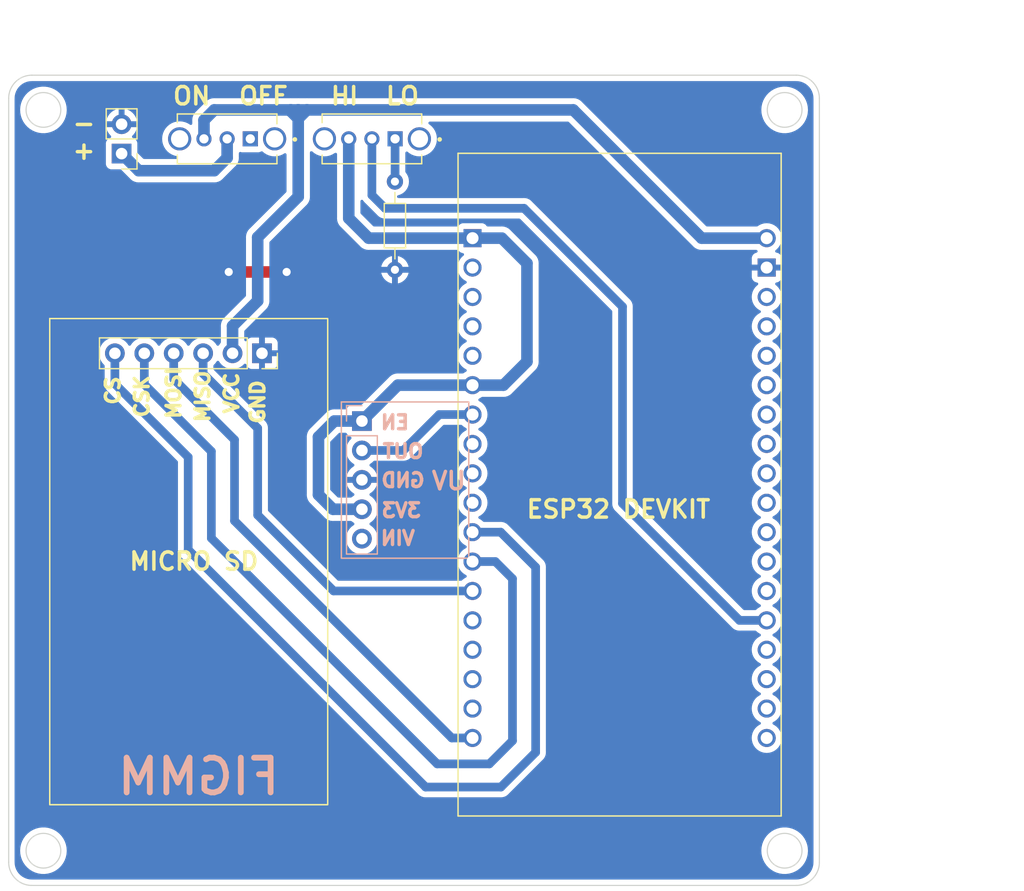
<source format=kicad_pcb>
(kicad_pcb (version 20211014) (generator pcbnew)
  (layers (0 "F.Cu" signal) (31 "B.Cu" signal) (34 "B.Paste" user) (35 "F.Paste" user) (36 "B.SilkS" user "B.Silkscreen") (37 "F.SilkS" user "F.Silkscreen") (38 "B.Mask" user) (39 "F.Mask" user) (44 "Edge.Cuts" user))
  (net 0 "")
  (net 1 "+BATT")
  (net 2 "GND")
  (net 4 "+3.3V")
  (net 5 "/DATA")
  (net 6 "/MISO")
  (net 7 "/MOSI")
  (net 8 "/CSK")
  (net 9 "/CS")
  (net 33 "+5V")
  (net 34 "/MODE")
  (net 39 "/RES_GND")
  (footprint "Connector_PinSocket_2.54mm:PinSocket_1x06_P2.54mm_Vertical" (layer "F.Cu") (at 121.87 74.025 -90)
    (fp_text reference "J3" hide)
    (fp_text value "Conn_01x06")
    (fp_line (start 0 -1.33) (end 1.33 -1.33) (layer "F.SilkS") (width 0.12))
    (fp_line (start -1.33 1.27) (end 1.33 1.27) (layer "F.SilkS") (width 0.12))
    (fp_line (start -1.33 14.03) (end 1.33 14.03) (layer "F.SilkS") (width 0.12))
    (fp_line (start 1.33 -1.33) (end 1.33 0) (layer "F.SilkS") (width 0.12))
    (fp_line (start 1.33 1.27) (end 1.33 14.03) (layer "F.SilkS") (width 0.12))
    (fp_line (start -1.33 1.27) (end -1.33 14.03) (layer "F.SilkS") (width 0.12))
    (pad "1" thru_hole rect (at 0 0 270) (size 1.7 1.7) (drill 1) (layers *.Cu *.Mask) (net 2 "GND"))
    (pad "2" thru_hole oval (at 0 2.54 270) (size 1.7 1.7) (drill 1) (layers *.Cu *.Mask) (net 33 "+5V"))
    (pad "3" thru_hole oval (at 0 5.08 270) (size 1.7 1.7) (drill 1) (layers *.Cu *.Mask) (net 6 "/MISO"))
    (pad "4" thru_hole oval (at 0 7.62 270) (size 1.7 1.7) (drill 1) (layers *.Cu *.Mask) (net 7 "/MOSI"))
    (pad "5" thru_hole oval (at 0 10.16 270) (size 1.7 1.7) (drill 1) (layers *.Cu *.Mask) (net 8 "/CSK"))
    (pad "6" thru_hole oval (at 0 12.7 270) (size 1.7 1.7) (drill 1) (layers *.Cu *.Mask) (net 9 "/CS"))
  )
  (footprint "Resistor_THT:R_Axial_DIN0204_L3.6mm_D1.6mm_P7.62mm_Horizontal" (layer "F.Cu") (at 133.35 59.19 -90)
    (fp_text reference "R1" hide)
    (fp_text value "10K" hide)
    (fp_line (start 1.89 0.92) (end 5.73 0.92) (layer "F.SilkS") (width 0.12))
    (fp_line (start 5.73 0.92) (end 5.73 -0.92) (layer "F.SilkS") (width 0.12))
    (fp_line (start 5.73 -0.92) (end 1.89 -0.92) (layer "F.SilkS") (width 0.12))
    (fp_line (start 0.94 0) (end 1.89 0) (layer "F.SilkS") (width 0.12))
    (fp_line (start 1.89 -0.92) (end 1.89 0.92) (layer "F.SilkS") (width 0.12))
    (fp_line (start 6.68 0) (end 5.73 0) (layer "F.SilkS") (width 0.12))
    (pad "1" thru_hole circle (at 0 0 270) (size 1.4 1.4) (drill 0.7) (layers *.Cu *.Mask) (net 39 "/RES_GND"))
    (pad "2" thru_hole oval (at 7.62 0 270) (size 1.4 1.4) (drill 0.7) (layers *.Cu *.Mask) (net 2 "GND"))
  )
  (footprint "Switch:SW_OS102011MS2QN1" (layer "F.Cu") (at 118.8625 55.5 180)
    (fp_text reference "S2" hide)
    (fp_text value "OS102011MS2QN1")
    (fp_line (start 4.3 -1.4) (end 4.3 -2.15) (layer "F.SilkS") (width 0.127))
    (fp_line (start -4.3 1.3) (end -4.3 2.15) (layer "F.SilkS") (width 0.127))
    (fp_line (start 4.3 -2.15) (end -4.3 -2.15) (layer "F.SilkS") (width 0.127))
    (fp_line (start 4.3 2.15) (end 4.3 1.4) (layer "F.SilkS") (width 0.127))
    (fp_line (start -4.3 2.15) (end 4.3 2.15) (layer "F.SilkS") (width 0.127))
    (fp_line (start -4.3 -2.15) (end -4.3 -1.4) (layer "F.SilkS") (width 0.127))
    (fp_circle (center -5.85 -0.05) (end -5.75 -0.05) (layer "F.SilkS") (width 0.2) (fill none))
    (pad "" np_thru_hole circle (at 4.1 0 180) (size 2 2) (drill 1.5) (layers F&B.Cu *.Mask))
    (pad "" np_thru_hole circle (at -4.1 0 180) (size 2 2) (drill 1.5) (layers F&B.Cu *.Mask))
    (pad "1" thru_hole rect (at -2 0 180) (size 1.308 1.308) (drill 0.8) (layers *.Cu *.Mask))
    (pad "2" thru_hole circle (at 0 0 180) (size 1.308 1.308) (drill 0.8) (layers *.Cu *.Mask) (net 1 "+BATT"))
    (pad "3" thru_hole circle (at 2 0 180) (size 1.308 1.308) (drill 0.8) (layers *.Cu *.Mask) (net 33 "+5V"))
  )
  (footprint "Connector_PinHeader_2.54mm:PinHeader_1x02_P2.54mm_Vertical" (layer "F.Cu") (at 109.75 56.775 180)
    (fp_text reference "J1" hide)
    (fp_text value "Conn_01x02")
    (fp_line (start -1.33 3.87) (end 1.33 3.87) (layer "F.SilkS") (width 0.12))
    (fp_line (start -1.33 1.27) (end 1.33 1.27) (layer "F.SilkS") (width 0.12))
    (fp_line (start -1.33 0) (end -1.33 -1.33) (layer "F.SilkS") (width 0.12))
    (fp_line (start -1.33 1.27) (end -1.33 3.87) (layer "F.SilkS") (width 0.12))
    (fp_line (start 1.33 1.27) (end 1.33 3.87) (layer "F.SilkS") (width 0.12))
    (fp_line (start -1.33 -1.33) (end 0 -1.33) (layer "F.SilkS") (width 0.12))
    (pad "1" thru_hole rect (at 0 0 180) (size 1.7 1.7) (drill 1) (layers *.Cu *.Mask) (net 1 "+BATT"))
    (pad "2" thru_hole oval (at 0 2.54 180) (size 1.7 1.7) (drill 1) (layers *.Cu *.Mask) (net 2 "GND"))
  )
  (footprint "" (layer "F.Cu") (at 124 67)
    (fp_text reference "" (at 0 0) (layer "F.SilkS") (effects (font (size 1.27 1.27))))
    (fp_text value "" (at 0 0) (layer "F.SilkS") (effects (font (size 1.27 1.27))))
    (pad "2" thru_hole oval (at 0 0 270) (size 1.4 1.4) (drill 0.7) (layers F&B.Cu *.Mask) (net 2 "GND"))
  )
  (footprint "" (layer "F.Cu") (at 119 67)
    (fp_text reference "" (at 0 0) (layer "F.SilkS") (effects (font (size 1.27 1.27))))
    (fp_text value "" (at 0 0) (layer "F.SilkS") (effects (font (size 1.27 1.27))))
    (pad "2" thru_hole oval (at 0 0 270) (size 1.4 1.4) (drill 0.7) (layers F&B.Cu *.Mask) (net 2 "GND"))
  )
  (footprint "Switch:SW_OS102011MS2QN1" (layer "F.Cu") (at 131.3625 55.5 180)
    (fp_text reference "S1" hide)
    (fp_text value "OS102011MS2QN1")
    (fp_line (start 4.3 2.15) (end 4.3 1.4) (layer "F.SilkS") (width 0.127))
    (fp_line (start 4.3 -1.4) (end 4.3 -2.15) (layer "F.SilkS") (width 0.127))
    (fp_line (start -4.3 2.15) (end 4.3 2.15) (layer "F.SilkS") (width 0.127))
    (fp_line (start 4.3 -2.15) (end -4.3 -2.15) (layer "F.SilkS") (width 0.127))
    (fp_line (start -4.3 1.3) (end -4.3 2.15) (layer "F.SilkS") (width 0.127))
    (fp_line (start -4.3 -2.15) (end -4.3 -1.4) (layer "F.SilkS") (width 0.127))
    (fp_circle (center -5.85 -0.05) (end -5.75 -0.05) (layer "F.SilkS") (width 0.2) (fill none))
    (pad "" np_thru_hole circle (at 4.1 0 180) (size 2 2) (drill 1.5) (layers F&B.Cu *.Mask))
    (pad "" np_thru_hole circle (at -4.1 0 180) (size 2 2) (drill 1.5) (layers F&B.Cu *.Mask))
    (pad "1" thru_hole rect (at -2 0 180) (size 1.308 1.308) (drill 0.8) (layers *.Cu *.Mask) (net 39 "/RES_GND"))
    (pad "2" thru_hole circle (at 0 0 180) (size 1.308 1.308) (drill 0.8) (layers *.Cu *.Mask) (net 34 "/MODE"))
    (pad "3" thru_hole circle (at 2 0 180) (size 1.308 1.308) (drill 0.8) (layers *.Cu *.Mask) (net 4 "+3.3V"))
  )
  (footprint "ESP32-38P:MODULE_ESP32-DEVKITC-32D" (layer "F.Cu") (at 152.75 87.5 180)
    (fp_text reference "U1" hide)
    (fp_text value "ESP32-DEVKITC-32D")
    (fp_line (start 13.95 -26.5) (end 13.95 30.75) (layer "F.SilkS") (width 0.127))
    (fp_line (start -13.95 -26.5) (end 13.95 -26.5) (layer "F.SilkS") (width 0.127))
    (fp_line (start -13.95 30.75) (end -13.95 -26.5) (layer "F.SilkS") (width 0.127))
    (fp_line (start 13.95 30.75) (end -13.95 30.75) (layer "F.SilkS") (width 0.127))
    (pad "J2-2" thru_hole circle (at -12.7 -19.76 180) (size 1.56 1.56) (drill 1.04) (layers *.Cu *.Mask))
    (pad "J2-3" thru_hole circle (at -12.7 -17.22 180) (size 1.56 1.56) (drill 1.04) (layers *.Cu *.Mask "Dwgs.User"))
    (pad "J2-4" thru_hole circle (at -12.7 -14.68 180) (size 1.56 1.56) (drill 1.04) (layers *.Cu *.Mask))
    (pad "J2-5" thru_hole circle (at -12.7 -12.14 180) (size 1.56 1.56) (drill 1.04) (layers *.Cu *.Mask))
    (pad "J2-6" thru_hole circle (at -12.7 -9.6 180) (size 1.56 1.56) (drill 1.04) (layers *.Cu *.Mask) (net 34 "/MODE"))
    (pad "J2-7" thru_hole circle (at -12.7 -7.06 180) (size 1.56 1.56) (drill 1.04) (layers *.Cu *.Mask))
    (pad "J2-8" thru_hole circle (at -12.7 -4.52 180) (size 1.56 1.56) (drill 1.04) (layers *.Cu *.Mask))
    (pad "J2-9" thru_hole circle (at -12.7 -1.98 180) (size 1.56 1.56) (drill 1.04) (layers *.Cu *.Mask))
    (pad "J2-10" thru_hole circle (at -12.7 0.56 180) (size 1.56 1.56) (drill 1.04) (layers *.Cu *.Mask))
    (pad "J2-11" thru_hole circle (at -12.7 3.1 180) (size 1.56 1.56) (drill 1.04) (layers *.Cu *.Mask))
    (pad "J2-12" thru_hole circle (at -12.7 5.64 180) (size 1.56 1.56) (drill 1.04) (layers *.Cu *.Mask))
    (pad "J2-13" thru_hole circle (at -12.7 8.18 180) (size 1.56 1.56) (drill 1.04) (layers *.Cu *.Mask))
    (pad "J2-14" thru_hole circle (at -12.7 10.72 180) (size 1.56 1.56) (drill 1.04) (layers *.Cu *.Mask))
    (pad "J2-15" thru_hole circle (at -12.7 13.26 180) (size 1.56 1.56) (drill 1.04) (layers *.Cu *.Mask))
    (pad "J2-16" thru_hole circle (at -12.7 15.8 180) (size 1.56 1.56) (drill 1.04) (layers *.Cu *.Mask))
    (pad "J2-17" thru_hole circle (at -12.7 18.34 180) (size 1.56 1.56) (drill 1.04) (layers *.Cu *.Mask))
    (pad "J2-18" thru_hole rect (at -12.7 20.88 180) (size 1.56 1.56) (drill 1.04) (layers *.Cu *.Mask "Dwgs.User" "Eco2.User") (net 2 "GND"))
    (pad "J2-19" thru_hole circle (at -12.7 23.42 180) (size 1.56 1.56) (drill 1.04) (layers *.Cu *.Mask) (net 33 "+5V"))
    (pad "J3-2" thru_hole circle (at 12.7 -19.76 180) (size 1.56 1.56) (drill 1.04) (layers *.Cu *.Mask) (net 7 "/MOSI"))
    (pad "J3-3" thru_hole circle (at 12.7 -17.22 180) (size 1.56 1.56) (drill 1.04) (layers *.Cu *.Mask))
    (pad "J3-4" thru_hole circle (at 12.7 -14.68 180) (size 1.56 1.56) (drill 1.04) (layers *.Cu *.Mask))
    (pad "J3-5" thru_hole circle (at 12.7 -12.14 180) (size 1.56 1.56) (drill 1.04) (layers *.Cu *.Mask))
    (pad "J3-6" thru_hole circle (at 12.7 -9.6 180) (size 1.56 1.56) (drill 1.04) (layers *.Cu *.Mask))
    (pad "J3-7" thru_hole circle (at 12.7 -7.06 180) (size 1.56 1.56) (drill 1.04) (layers *.Cu *.Mask) (net 6 "/MISO"))
    (pad "J3-8" thru_hole circle (at 12.7 -4.52 180) (size 1.56 1.56) (drill 1.04) (layers *.Cu *.Mask) (net 8 "/CSK"))
    (pad "J3-9" thru_hole circle (at 12.7 -1.98 180) (size 1.56 1.56) (drill 1.04) (layers *.Cu *.Mask) (net 9 "/CS"))
    (pad "J3-10" thru_hole circle (at 12.7 0.56 180) (size 1.56 1.56) (drill 1.04) (layers *.Cu *.Mask))
    (pad "J3-11" thru_hole circle (at 12.7 3.1 180) (size 1.56 1.56) (drill 1.04) (layers *.Cu *.Mask))
    (pad "J3-12" thru_hole circle (at 12.7 5.64 180) (size 1.56 1.56) (drill 1.04) (layers *.Cu *.Mask))
    (pad "J3-13" thru_hole circle (at 12.7 8.18 180) (size 1.56 1.56) (drill 1.04) (layers *.Cu *.Mask) (net 5 "/DATA"))
    (pad "J3-14" thru_hole circle (at 12.7 10.72 180) (size 1.56 1.56) (drill 1.04) (layers *.Cu *.Mask) (net 4 "+3.3V"))
    (pad "J3-15" thru_hole circle (at 12.7 13.26 180) (size 1.56 1.56) (drill 1.04) (layers *.Cu *.Mask))
    (pad "J3-16" thru_hole circle (at 12.7 15.8 180) (size 1.56 1.56) (drill 1.04) (layers *.Cu *.Mask))
    (pad "J3-17" thru_hole circle (at 12.7 18.34 180) (size 1.56 1.56) (drill 1.04) (layers *.Cu *.Mask))
    (pad "J3-18" thru_hole circle (at 12.7 20.88 180) (size 1.56 1.56) (drill 1.04) (layers *.Cu *.Mask))
    (pad "J3-19" thru_hole rect (at 12.7 23.42 180) (size 1.56 1.56) (drill 1.04) (layers *.Cu *.Mask) (net 4 "+3.3V"))
  )
  (footprint "Connector_PinSocket_2.54mm:PinSocket_1x05_P2.54mm_Vertical" (layer "B.Cu") (at 130.5 79.88 180)
    (fp_text reference "J2" hide)
    (fp_text value "Conn_01x05")
    (fp_line (start -1.33 -11.49) (end 1.33 -11.49) (layer "B.SilkS") (width 0.12))
    (fp_line (start -1.33 -1.27) (end 1.33 -1.27) (layer "B.SilkS") (width 0.12))
    (fp_line (start 1.33 1.33) (end 1.33 0) (layer "B.SilkS") (width 0.12))
    (fp_line (start 0 1.33) (end 1.33 1.33) (layer "B.SilkS") (width 0.12))
    (fp_line (start 1.33 -1.27) (end 1.33 -11.49) (layer "B.SilkS") (width 0.12))
    (fp_line (start -1.33 -1.27) (end -1.33 -11.49) (layer "B.SilkS") (width 0.12))
    (pad "1" thru_hole rect (at 0 0 180) (size 1.7 1.7) (drill 1) (layers *.Cu *.Mask) (net 4 "+3.3V"))
    (pad "2" thru_hole oval (at 0 -2.54 180) (size 1.7 1.7) (drill 1) (layers *.Cu *.Mask) (net 5 "/DATA"))
    (pad "3" thru_hole oval (at 0 -5.08 180) (size 1.7 1.7) (drill 1) (layers *.Cu *.Mask) (net 2 "GND"))
    (pad "4" thru_hole oval (at 0 -7.62 180) (size 1.7 1.7) (drill 1) (layers *.Cu *.Mask) (net 4 "+3.3V"))
    (pad "5" thru_hole oval (at 0 -10.16 180) (size 1.7 1.7) (drill 1) (layers *.Cu *.Mask))
  )
  (gr_rect (start 139.725 91.73) (end 128.725 78.23) (layer "B.SilkS") (width 0.127) (fill none))
  (gr_rect (start 103.545 113.025) (end 127.545 71.025) (layer "F.SilkS") (width 0.127) (fill none))
  (gr_line (start 168 120) (end 102 120) (layer "Edge.Cuts") (width 0.1))
  (gr_arc (start 102 120) (mid 100.585786 119.414214) (end 100 118) (layer "Edge.Cuts") (width 0.1))
  (gr_circle (center 103 53) (end 103 54.5) (layer "Edge.Cuts") (width 0.1) (fill none))
  (gr_arc (start 168 50) (mid 169.414214 50.585786) (end 170 52) (layer "Edge.Cuts") (width 0.1))
  (gr_line (start 102 50) (end 168 50) (layer "Edge.Cuts") (width 0.1))
  (gr_line (start 170 52) (end 170 118) (layer "Edge.Cuts") (width 0.1))
  (gr_circle (center 167 53) (end 165.5 53) (layer "Edge.Cuts") (width 0.1) (fill none))
  (gr_circle (center 103 117) (end 104.5 117) (layer "Edge.Cuts") (width 0.1) (fill none))
  (gr_line (start 100 118) (end 100 52) (layer "Edge.Cuts") (width 0.1))
  (gr_circle (center 167 117) (end 167 115.5) (layer "Edge.Cuts") (width 0.1) (fill none))
  (gr_arc (start 100 52) (mid 100.585786 50.585786) (end 102 50) (layer "Edge.Cuts") (width 0.1))
  (gr_arc (start 170 118) (mid 169.414214 119.414214) (end 168 120) (layer "Edge.Cuts") (width 0.1))
  (gr_text "EN" (at 133.35 80) (layer "B.SilkS") (effects (font (size 1.2 1.2) (thickness 0.3)) (justify mirror)))
  (gr_text "OUT" (at 134.05 82.5) (layer "B.SilkS") (effects (font (size 1.2 1.2) (thickness 0.3)) (justify mirror)))
  (gr_text "VIN" (at 133.6 90) (layer "B.SilkS") (effects (font (size 1.2 1.2) (thickness 0.3)) (justify mirror)))
  (gr_text "GND" (at 134.05 85) (layer "B.SilkS") (effects (font (size 1.2 1.2) (thickness 0.3)) (justify mirror)))
  (gr_text "UV" (at 138 85.05) (layer "B.SilkS") (effects (font (size 1.5 1.5) (thickness 0.3)) (justify mirror)))
  (gr_text "3V3\n" (at 133.9 87.6) (layer "B.SilkS") (effects (font (size 1.2 1.2) (thickness 0.3)) (justify mirror)))
  (gr_text "FIGMM" (at 116.4 110.6) (layer "B.SilkS") (effects (font (size 3 3) (thickness 0.5)) (justify mirror)))
  (gr_text "+" (at 106.5 56.5) (layer "F.SilkS") (effects (font (size 1.5 1.5) (thickness 0.3))))
  (gr_text "-" (at 106.5 54.15) (layer "F.SilkS") (effects (font (size 1.5 1.5) (thickness 0.3))))
  (gr_text "MICRO SD" (at 116 92) (layer "F.SilkS") (effects (font (size 1.5 1.5) (thickness 0.3))))
  (gr_text "VCC" (at 119.249357 77.461942 90) (layer "F.SilkS") (effects (font (size 1.2 1.2) (thickness 0.3))))
  (gr_text "CSK" (at 111.5 77.75 90) (layer "F.SilkS") (effects (font (size 1.2 1.2) (thickness 0.3))))
  (gr_text "ON" (at 115.8 51.8) (layer "F.SilkS") (effects (font (size 1.5 1.5) (thickness 0.3))))
  (gr_text "GND" (at 121.495948 78.224935 90) (layer "F.SilkS") (effects (font (size 1.2 1.2) (thickness 0.3))))
  (gr_text "HI" (at 129 51.8) (layer "F.SilkS") (effects (font (size 1.5 1.5) (thickness 0.3))))
  (gr_text "MISO" (at 116.75 77.75 90) (layer "F.SilkS") (effects (font (size 1.2 1.2) (thickness 0.3))))
  (gr_text "CS" (at 109 77.25 90) (layer "F.SilkS") (effects (font (size 1.2 1.2) (thickness 0.3))))
  (gr_text "OFF" (at 122 51.8) (layer "F.SilkS") (effects (font (size 1.5 1.5) (thickness 0.3))))
  (gr_text "MOSI" (at 114.247513 77.461942 90) (layer "F.SilkS") (effects (font (size 1.2 1.2) (thickness 0.3))))
  (gr_text "LO" (at 134 51.8) (layer "F.SilkS") (effects (font (size 1.5 1.5) (thickness 0.3))))
  (gr_text "ESP32 DEVKIT" (at 152.65 87.5) (layer "F.SilkS") (effects (font (size 1.5 1.5) (thickness 0.3))))
  (segment (start 117.75 58.25) (end 111.225 58.25) (width 1) (layer "B.Cu") (net 1))
  (segment (start 118.8625 57.1375) (end 117.75 58.25) (width 1) (layer "B.Cu") (net 1))
  (segment (start 111.225 58.25) (end 109.75 56.775) (width 1) (layer "B.Cu") (net 1))
  (segment (start 118.8625 55.5) (end 118.8625 57.1375) (width 1) (layer "B.Cu") (net 1))
  (segment (start 124 67) (end 119 67) (width 1) (layer "F.Cu") (net 2))
  (segment (start 140.05 76.78) (end 133.6 76.78) (width 1) (layer "B.Cu") (net 4))
  (segment (start 126.75 86.25) (end 126.75 81.25) (width 1) (layer "B.Cu") (net 4))
  (segment (start 128 87.5) (end 126.75 86.25) (width 1) (layer "B.Cu") (net 4))
  (segment (start 140.05 64.08) (end 142.58 64.08) (width 1) (layer "B.Cu") (net 4))
  (segment (start 128.12 79.88) (end 130.5 79.88) (width 1) (layer "B.Cu") (net 4))
  (segment (start 131.08 64.08) (end 140.05 64.08) (width 1) (layer "B.Cu") (net 4))
  (segment (start 126.75 81.25) (end 128.12 79.88) (width 1) (layer "B.Cu") (net 4))
  (segment (start 144.75 74.75) (end 142.72 76.78) (width 1) (layer "B.Cu") (net 4))
  (segment (start 133.6 76.78) (end 130.5 79.88) (width 1) (layer "B.Cu") (net 4))
  (segment (start 142.58 64.08) (end 144.75 66.25) (width 1) (layer "B.Cu") (net 4))
  (segment (start 130.5 87.5) (end 128 87.5) (width 1) (layer "B.Cu") (net 4))
  (segment (start 142.72 76.78) (end 140.05 76.78) (width 1) (layer "B.Cu") (net 4))
  (segment (start 129.3625 62.3625) (end 131.08 64.08) (width 1) (layer "B.Cu") (net 4))
  (segment (start 129.3625 55.5) (end 129.3625 62.3625) (width 1) (layer "B.Cu") (net 4))
  (segment (start 144.75 66.25) (end 144.75 74.75) (width 1) (layer "B.Cu") (net 4))
  (segment (start 137.18 79.32) (end 134.08 82.42) (width 0.75) (layer "B.Cu") (net 5))
  (segment (start 140.05 79.32) (end 137.18 79.32) (width 0.75) (layer "B.Cu") (net 5))
  (segment (start 134.08 82.42) (end 130.5 82.42) (width 0.75) (layer "B.Cu") (net 5))
  (segment (start 128.06 94.56) (end 140.05 94.56) (width 0.75) (layer "B.Cu") (net 6))
  (segment (start 121.5 80.5) (end 121.5 88) (width 0.75) (layer "B.Cu") (net 6))
  (segment (start 116.79 75.79) (end 121.5 80.5) (width 0.75) (layer "B.Cu") (net 6))
  (segment (start 121.5 88) (end 128.06 94.56) (width 0.75) (layer "B.Cu") (net 6))
  (segment (start 116.79 74.025) (end 116.79 75.79) (width 0.75) (layer "B.Cu") (net 6))
  (segment (start 114.25 76.25) (end 119.5 81.5) (width 0.75) (layer "B.Cu") (net 7))
  (segment (start 114.25 74.025) (end 114.25 76.25) (width 0.75) (layer "B.Cu") (net 7))
  (segment (start 119.5 81.5) (end 119.5 88.5) (width 0.75) (layer "B.Cu") (net 7))
  (segment (start 138.26 107.26) (end 140.05 107.26) (width 0.75) (layer "B.Cu") (net 7))
  (segment (start 119.5 88.5) (end 138.26 107.26) (width 0.75) (layer "B.Cu") (net 7))
  (segment (start 117.5 90) (end 137 109.5) (width 0.75) (layer "B.Cu") (net 8))
  (segment (start 137 109.5) (end 141.5 109.5) (width 0.75) (layer "B.Cu") (net 8))
  (segment (start 111.71 74.025) (end 111.71 76.71) (width 0.75) (layer "B.Cu") (net 8))
  (segment (start 143.5 107.5) (end 143.5 93.5) (width 0.75) (layer "B.Cu") (net 8))
  (segment (start 111.71 76.71) (end 117.5 82.5) (width 0.75) (layer "B.Cu") (net 8))
  (segment (start 142.02 92.02) (end 140.05 92.02) (width 0.75) (layer "B.Cu") (net 8))
  (segment (start 141.5 109.5) (end 143.5 107.5) (width 0.75) (layer "B.Cu") (net 8))
  (segment (start 143.5 93.5) (end 142.02 92.02) (width 0.75) (layer "B.Cu") (net 8))
  (segment (start 117.5 82.5) (end 117.5 90) (width 0.75) (layer "B.Cu") (net 8))
  (segment (start 136 111.5) (end 142.5 111.5) (width 0.75) (layer "B.Cu") (net 9))
  (segment (start 115.5 91) (end 136 111.5) (width 0.75) (layer "B.Cu") (net 9))
  (segment (start 109.17 74.025) (end 109.17 76.67) (width 0.75) (layer "B.Cu") (net 9))
  (segment (start 115.5 83) (end 115.5 91) (width 0.75) (layer "B.Cu") (net 9))
  (segment (start 142.5 111.5) (end 145.5 108.5) (width 0.75) (layer "B.Cu") (net 9))
  (segment (start 145.5 92.5) (end 142.48 89.48) (width 0.75) (layer "B.Cu") (net 9))
  (segment (start 142.48 89.48) (end 140.05 89.48) (width 0.75) (layer "B.Cu") (net 9))
  (segment (start 145.5 108.5) (end 145.5 92.5) (width 0.75) (layer "B.Cu") (net 9))
  (segment (start 109.17 76.67) (end 115.5 83) (width 0.75) (layer "B.Cu") (net 9))
  (segment (start 117.75 53) (end 116.8625 53.8875) (width 1) (layer "B.Cu") (net 33))
  (segment (start 125.75 53) (end 125 53) (width 1) (layer "B.Cu") (net 33))
  (segment (start 124.35 53) (end 117.75 53) (width 1) (layer "B.Cu") (net 33))
  (segment (start 159.83 64.08) (end 148.75 53) (width 1) (layer "B.Cu") (net 33))
  (segment (start 165.45 64.08) (end 159.83 64.08) (width 1) (layer "B.Cu") (net 33))
  (segment (start 125.75 53) (end 125 53.75) (width 1) (layer "B.Cu") (net 33))
  (segment (start 124.35 53.1) (end 124.35 53) (width 1) (layer "B.Cu") (net 33))
  (segment (start 125 60.5) (end 125 53) (width 1) (layer "B.Cu") (net 33))
  (segment (start 121.5 69.5) (end 121.5 64) (width 1) (layer "B.Cu") (net 33))
  (segment (start 148.75 53) (end 125.75 53) (width 1) (layer "B.Cu") (net 33))
  (segment (start 125 53.75) (end 124.35 53.1) (width 1) (layer "B.Cu") (net 33))
  (segment (start 121.5 64) (end 125 60.5) (width 1) (layer "B.Cu") (net 33))
  (segment (start 125 53.9) (end 125 53) (width 1) (layer "B.Cu") (net 33))
  (segment (start 119.33 71.67) (end 121.5 69.5) (width 1) (layer "B.Cu") (net 33))
  (segment (start 125 53) (end 124.35 53) (width 1) (layer "B.Cu") (net 33))
  (segment (start 119.33 74.025) (end 119.33 71.67) (width 1) (layer "B.Cu") (net 33))
  (segment (start 125 53.75) (end 125 53.9) (width 1) (layer "B.Cu") (net 33))
  (segment (start 116.8625 53.8875) (end 116.8625 55.5) (width 1) (layer "B.Cu") (net 33))
  (segment (start 131.3625 55.5) (end 131.3625 60.3625) (width 0.75) (layer "B.Cu") (net 34))
  (segment (start 163.1 97.1) (end 165.45 97.1) (width 0.75) (layer "B.Cu") (net 34))
  (segment (start 144.5 61.5) (end 153 70) (width 0.75) (layer "B.Cu") (net 34))
  (segment (start 153 87) (end 163.1 97.1) (width 0.75) (layer "B.Cu") (net 34))
  (segment (start 131.3625 60.3625) (end 132.5 61.5) (width 0.75) (layer "B.Cu") (net 34))
  (segment (start 153 70) (end 153 87) (width 0.75) (layer "B.Cu") (net 34))
  (segment (start 132.5 61.5) (end 144.5 61.5) (width 0.75) (layer "B.Cu") (net 34))
  (segment (start 133.3625 55.5) (end 133.3625 59.1775) (width 0.75) (layer "B.Cu") (net 39))
  (segment (start 133.3625 59.1775) (end 133.35 59.19) (width 0.75) (layer "B.Cu") (net 39))
  (zone (net 2) (net_name "GND") (layer "B.Cu") (connect_pads (clearance 0.508)) (min_thickness 0.254) (fill yes (thermal_gap 0.508) (thermal_bridge_width 0.508))
    (polygon (pts (xy 170.5 120.25) (xy 99.25 120.5) (xy 99.75 49.75) (xy 171 49.25)))
  )
)
</source>
